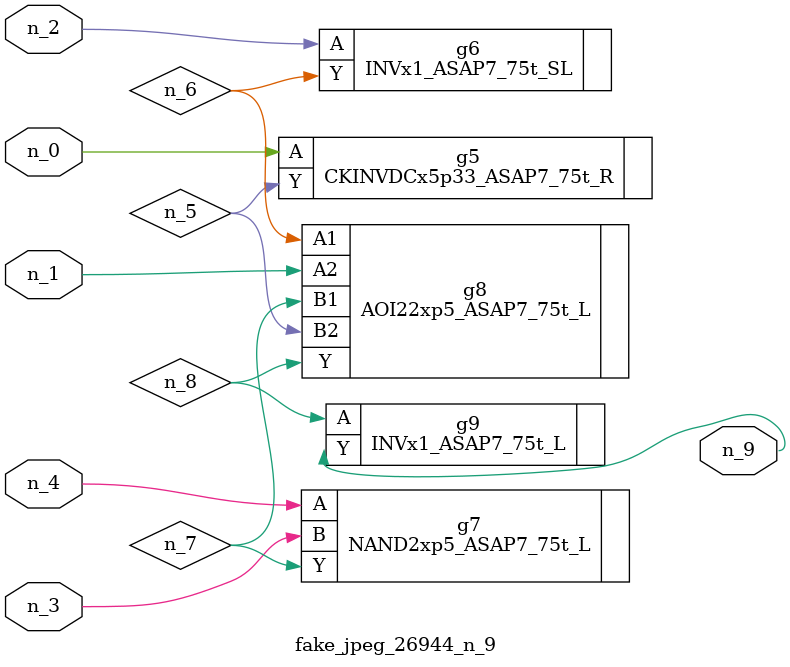
<source format=v>
module fake_jpeg_26944_n_9 (n_3, n_2, n_1, n_0, n_4, n_9);

input n_3;
input n_2;
input n_1;
input n_0;
input n_4;

output n_9;

wire n_8;
wire n_6;
wire n_5;
wire n_7;

CKINVDCx5p33_ASAP7_75t_R g5 ( 
.A(n_0),
.Y(n_5)
);

INVx1_ASAP7_75t_SL g6 ( 
.A(n_2),
.Y(n_6)
);

NAND2xp5_ASAP7_75t_L g7 ( 
.A(n_4),
.B(n_3),
.Y(n_7)
);

AOI22xp5_ASAP7_75t_L g8 ( 
.A1(n_6),
.A2(n_1),
.B1(n_7),
.B2(n_5),
.Y(n_8)
);

INVx1_ASAP7_75t_L g9 ( 
.A(n_8),
.Y(n_9)
);


endmodule
</source>
